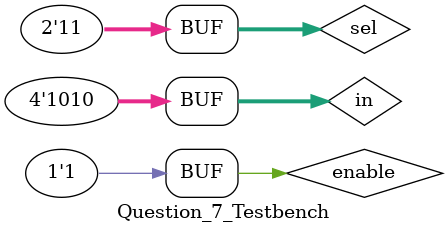
<source format=v>

module Question_7_Testbench();

	reg [3:0] in;
	reg [1:0] sel;
	reg enable;
	wire out;
	
	Question_7 psichico(.in(in), .sel(sel), .enable(enable), .out(out));
	
	initial begin
	
		#5;
		enable = 1; //add code to use enable??????
		#5;
		in = 4'b1010;
		#50;
		sel = 2'b00;
		#50;
		sel = 2'b01;
		#50;
		sel = 2'b10;
		#50;
		sel = 2'b11;
		#50;
		
	end
endmodule
</source>
